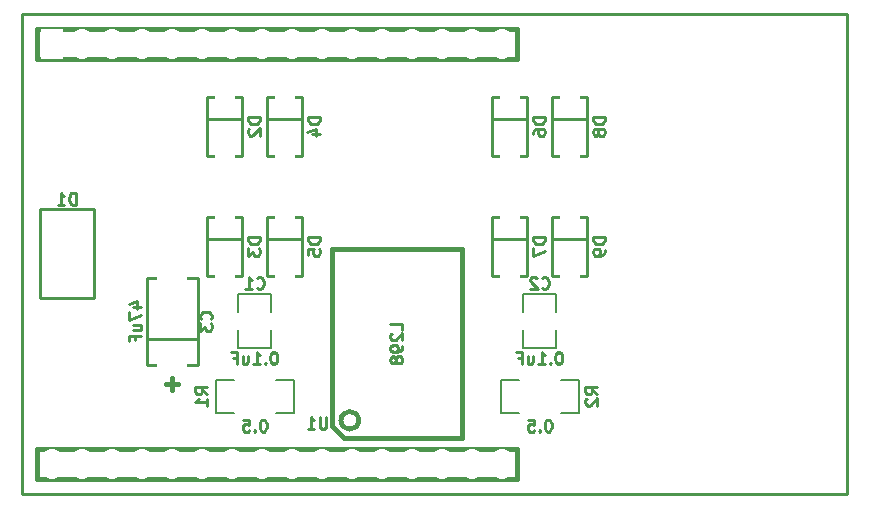
<source format=gbo>
G04 #@! TF.GenerationSoftware,KiCad,Pcbnew,no-vcs-found-6223534~58~ubuntu16.04.1*
G04 #@! TF.CreationDate,2017-03-08T14:08:53-05:00*
G04 #@! TF.ProjectId,h_bridge_controller_3x2,685F6272696467655F636F6E74726F6C,1.0*
G04 #@! TF.FileFunction,Legend,Bot*
G04 #@! TF.FilePolarity,Positive*
%FSLAX46Y46*%
G04 Gerber Fmt 4.6, Leading zero omitted, Abs format (unit mm)*
G04 Created by KiCad (PCBNEW no-vcs-found-6223534~58~ubuntu16.04.1) date Wed Mar  8 14:08:53 2017*
%MOMM*%
%LPD*%
G01*
G04 APERTURE LIST*
%ADD10C,0.100000*%
%ADD11C,0.228600*%
%ADD12C,0.381000*%
%ADD13C,0.127000*%
%ADD14C,0.254000*%
%ADD15O,1.854200X2.540000*%
%ADD16R,1.854200X2.540000*%
%ADD17C,3.556000*%
%ADD18R,2.540000X1.270000*%
%ADD19R,2.550000X2.770000*%
%ADD20R,4.000000X5.160000*%
%ADD21R,1.800000X1.640000*%
%ADD22R,1.750000X2.650000*%
%ADD23O,2.032000X1.524000*%
%ADD24O,1.524000X2.032000*%
%ADD25C,1.930400*%
%ADD26O,4.572000X3.556000*%
%ADD27O,4.064000X5.080000*%
%ADD28O,5.080000X3.556000*%
%ADD29R,1.397000X2.489200*%
%ADD30O,1.651000X2.159000*%
%ADD31C,2.540000*%
%ADD32R,1.800000X0.860000*%
G04 APERTURE END LIST*
D10*
D11*
X155575000Y-68580000D02*
X85725000Y-68580000D01*
X155575000Y-109220000D02*
X155575000Y-68580000D01*
X85725000Y-109220000D02*
X155575000Y-109220000D01*
X85725000Y-68580000D02*
X85725000Y-109220000D01*
D12*
X86995000Y-105410000D02*
X86995000Y-107950000D01*
X86995000Y-107950000D02*
X127635000Y-107950000D01*
X127635000Y-107950000D02*
X127635000Y-105410000D01*
X127635000Y-105410000D02*
X86995000Y-105410000D01*
X86995000Y-69850000D02*
X86995000Y-72390000D01*
X86995000Y-72390000D02*
X127635000Y-72390000D01*
X127635000Y-72390000D02*
X127635000Y-69850000D01*
X127635000Y-69850000D02*
X86995000Y-69850000D01*
D13*
X106807000Y-95377000D02*
X106807000Y-96901000D01*
X106807000Y-96901000D02*
X104013000Y-96901000D01*
X104013000Y-96901000D02*
X104013000Y-95377000D01*
X104013000Y-93853000D02*
X104013000Y-92329000D01*
X104013000Y-92329000D02*
X106807000Y-92329000D01*
X106807000Y-92329000D02*
X106807000Y-93853000D01*
X130937000Y-92329000D02*
X130937000Y-93853000D01*
X128143000Y-92329000D02*
X130937000Y-92329000D01*
X128143000Y-93853000D02*
X128143000Y-92329000D01*
X128143000Y-96901000D02*
X128143000Y-95377000D01*
X130937000Y-96901000D02*
X128143000Y-96901000D01*
X130937000Y-95377000D02*
X130937000Y-96901000D01*
D11*
X100584000Y-96139000D02*
X96266000Y-96139000D01*
X96266000Y-98298000D02*
X96266000Y-90932000D01*
X100584000Y-98298000D02*
X100584000Y-90932000D01*
D12*
X97917000Y-99949000D02*
X98933000Y-99949000D01*
X98425000Y-99441000D02*
X98425000Y-100457000D01*
D11*
X100584000Y-98298000D02*
X96266000Y-98298000D01*
X96266000Y-90932000D02*
X100584000Y-90932000D01*
X87235000Y-92650000D02*
X91835000Y-92650000D01*
X91835000Y-92650000D02*
X91835000Y-85150000D01*
X91835000Y-85150000D02*
X87235000Y-85150000D01*
X87235000Y-85150000D02*
X87235000Y-92650000D01*
X101370000Y-77470000D02*
X104370000Y-77470000D01*
X104370000Y-75605000D02*
X101370000Y-75605000D01*
X104370000Y-80605000D02*
X104370000Y-75605000D01*
X101370000Y-80605000D02*
X104370000Y-80605000D01*
X101370000Y-75605000D02*
X101370000Y-80605000D01*
X101370000Y-85765000D02*
X101370000Y-90765000D01*
X101370000Y-90765000D02*
X104370000Y-90765000D01*
X104370000Y-90765000D02*
X104370000Y-85765000D01*
X104370000Y-85765000D02*
X101370000Y-85765000D01*
X101370000Y-87630000D02*
X104370000Y-87630000D01*
X106450000Y-77470000D02*
X109450000Y-77470000D01*
X109450000Y-75605000D02*
X106450000Y-75605000D01*
X109450000Y-80605000D02*
X109450000Y-75605000D01*
X106450000Y-80605000D02*
X109450000Y-80605000D01*
X106450000Y-75605000D02*
X106450000Y-80605000D01*
X106450000Y-85765000D02*
X106450000Y-90765000D01*
X106450000Y-90765000D02*
X109450000Y-90765000D01*
X109450000Y-90765000D02*
X109450000Y-85765000D01*
X109450000Y-85765000D02*
X106450000Y-85765000D01*
X106450000Y-87630000D02*
X109450000Y-87630000D01*
X125500000Y-75605000D02*
X125500000Y-80605000D01*
X125500000Y-80605000D02*
X128500000Y-80605000D01*
X128500000Y-80605000D02*
X128500000Y-75605000D01*
X128500000Y-75605000D02*
X125500000Y-75605000D01*
X125500000Y-77470000D02*
X128500000Y-77470000D01*
X125500000Y-87630000D02*
X128500000Y-87630000D01*
X128500000Y-85765000D02*
X125500000Y-85765000D01*
X128500000Y-90765000D02*
X128500000Y-85765000D01*
X125500000Y-90765000D02*
X128500000Y-90765000D01*
X125500000Y-85765000D02*
X125500000Y-90765000D01*
X130580000Y-75605000D02*
X130580000Y-80605000D01*
X130580000Y-80605000D02*
X133580000Y-80605000D01*
X133580000Y-80605000D02*
X133580000Y-75605000D01*
X133580000Y-75605000D02*
X130580000Y-75605000D01*
X130580000Y-77470000D02*
X133580000Y-77470000D01*
X130580000Y-87630000D02*
X133580000Y-87630000D01*
X133580000Y-85765000D02*
X130580000Y-85765000D01*
X133580000Y-90765000D02*
X133580000Y-85765000D01*
X130580000Y-90765000D02*
X133580000Y-90765000D01*
X130580000Y-85765000D02*
X130580000Y-90765000D01*
D13*
X102108000Y-99568000D02*
X103632000Y-99568000D01*
X102108000Y-102362000D02*
X102108000Y-99568000D01*
X103632000Y-102362000D02*
X102108000Y-102362000D01*
X108712000Y-102362000D02*
X107188000Y-102362000D01*
X108712000Y-99568000D02*
X108712000Y-102362000D01*
X107188000Y-99568000D02*
X108712000Y-99568000D01*
X127762000Y-102362000D02*
X126238000Y-102362000D01*
X126238000Y-102362000D02*
X126238000Y-99568000D01*
X126238000Y-99568000D02*
X127762000Y-99568000D01*
X131318000Y-99568000D02*
X132842000Y-99568000D01*
X132842000Y-99568000D02*
X132842000Y-102362000D01*
X132842000Y-102362000D02*
X131318000Y-102362000D01*
D12*
X114225000Y-103020000D02*
G75*
G03X114225000Y-103020000I-750000J0D01*
G01*
X111975000Y-103520000D02*
X111975000Y-88520000D01*
X111975000Y-88520000D02*
X122975000Y-88520000D01*
X122975000Y-88520000D02*
X122975000Y-104520000D01*
X122975000Y-104520000D02*
X112975000Y-104520000D01*
X112975000Y-104520000D02*
X111975000Y-103520000D01*
D14*
X105579333Y-91802857D02*
X105627714Y-91851238D01*
X105772857Y-91899619D01*
X105869619Y-91899619D01*
X106014761Y-91851238D01*
X106111523Y-91754476D01*
X106159904Y-91657714D01*
X106208285Y-91464190D01*
X106208285Y-91319047D01*
X106159904Y-91125523D01*
X106111523Y-91028761D01*
X106014761Y-90932000D01*
X105869619Y-90883619D01*
X105772857Y-90883619D01*
X105627714Y-90932000D01*
X105579333Y-90980380D01*
X104611714Y-91899619D02*
X105192285Y-91899619D01*
X104902000Y-91899619D02*
X104902000Y-90883619D01*
X104998761Y-91028761D01*
X105095523Y-91125523D01*
X105192285Y-91173904D01*
X107079142Y-97233619D02*
X106982380Y-97233619D01*
X106885619Y-97282000D01*
X106837238Y-97330380D01*
X106788857Y-97427142D01*
X106740476Y-97620666D01*
X106740476Y-97862571D01*
X106788857Y-98056095D01*
X106837238Y-98152857D01*
X106885619Y-98201238D01*
X106982380Y-98249619D01*
X107079142Y-98249619D01*
X107175904Y-98201238D01*
X107224285Y-98152857D01*
X107272666Y-98056095D01*
X107321047Y-97862571D01*
X107321047Y-97620666D01*
X107272666Y-97427142D01*
X107224285Y-97330380D01*
X107175904Y-97282000D01*
X107079142Y-97233619D01*
X106305047Y-98152857D02*
X106256666Y-98201238D01*
X106305047Y-98249619D01*
X106353428Y-98201238D01*
X106305047Y-98152857D01*
X106305047Y-98249619D01*
X105289047Y-98249619D02*
X105869619Y-98249619D01*
X105579333Y-98249619D02*
X105579333Y-97233619D01*
X105676095Y-97378761D01*
X105772857Y-97475523D01*
X105869619Y-97523904D01*
X104418190Y-97572285D02*
X104418190Y-98249619D01*
X104853619Y-97572285D02*
X104853619Y-98104476D01*
X104805238Y-98201238D01*
X104708476Y-98249619D01*
X104563333Y-98249619D01*
X104466571Y-98201238D01*
X104418190Y-98152857D01*
X103595714Y-97717428D02*
X103934380Y-97717428D01*
X103934380Y-98249619D02*
X103934380Y-97233619D01*
X103450571Y-97233619D01*
X129709333Y-91802857D02*
X129757714Y-91851238D01*
X129902857Y-91899619D01*
X129999619Y-91899619D01*
X130144761Y-91851238D01*
X130241523Y-91754476D01*
X130289904Y-91657714D01*
X130338285Y-91464190D01*
X130338285Y-91319047D01*
X130289904Y-91125523D01*
X130241523Y-91028761D01*
X130144761Y-90932000D01*
X129999619Y-90883619D01*
X129902857Y-90883619D01*
X129757714Y-90932000D01*
X129709333Y-90980380D01*
X129322285Y-90980380D02*
X129273904Y-90932000D01*
X129177142Y-90883619D01*
X128935238Y-90883619D01*
X128838476Y-90932000D01*
X128790095Y-90980380D01*
X128741714Y-91077142D01*
X128741714Y-91173904D01*
X128790095Y-91319047D01*
X129370666Y-91899619D01*
X128741714Y-91899619D01*
X131209142Y-97233619D02*
X131112380Y-97233619D01*
X131015619Y-97282000D01*
X130967238Y-97330380D01*
X130918857Y-97427142D01*
X130870476Y-97620666D01*
X130870476Y-97862571D01*
X130918857Y-98056095D01*
X130967238Y-98152857D01*
X131015619Y-98201238D01*
X131112380Y-98249619D01*
X131209142Y-98249619D01*
X131305904Y-98201238D01*
X131354285Y-98152857D01*
X131402666Y-98056095D01*
X131451047Y-97862571D01*
X131451047Y-97620666D01*
X131402666Y-97427142D01*
X131354285Y-97330380D01*
X131305904Y-97282000D01*
X131209142Y-97233619D01*
X130435047Y-98152857D02*
X130386666Y-98201238D01*
X130435047Y-98249619D01*
X130483428Y-98201238D01*
X130435047Y-98152857D01*
X130435047Y-98249619D01*
X129419047Y-98249619D02*
X129999619Y-98249619D01*
X129709333Y-98249619D02*
X129709333Y-97233619D01*
X129806095Y-97378761D01*
X129902857Y-97475523D01*
X129999619Y-97523904D01*
X128548190Y-97572285D02*
X128548190Y-98249619D01*
X128983619Y-97572285D02*
X128983619Y-98104476D01*
X128935238Y-98201238D01*
X128838476Y-98249619D01*
X128693333Y-98249619D01*
X128596571Y-98201238D01*
X128548190Y-98152857D01*
X127725714Y-97717428D02*
X128064380Y-97717428D01*
X128064380Y-98249619D02*
X128064380Y-97233619D01*
X127580571Y-97233619D01*
X101708857Y-94445666D02*
X101757238Y-94397285D01*
X101805619Y-94252142D01*
X101805619Y-94155380D01*
X101757238Y-94010238D01*
X101660476Y-93913476D01*
X101563714Y-93865095D01*
X101370190Y-93816714D01*
X101225047Y-93816714D01*
X101031523Y-93865095D01*
X100934761Y-93913476D01*
X100838000Y-94010238D01*
X100789619Y-94155380D01*
X100789619Y-94252142D01*
X100838000Y-94397285D01*
X100886380Y-94445666D01*
X100789619Y-94784333D02*
X100789619Y-95413285D01*
X101176666Y-95074619D01*
X101176666Y-95219761D01*
X101225047Y-95316523D01*
X101273428Y-95364904D01*
X101370190Y-95413285D01*
X101612095Y-95413285D01*
X101708857Y-95364904D01*
X101757238Y-95316523D01*
X101805619Y-95219761D01*
X101805619Y-94929476D01*
X101757238Y-94832714D01*
X101708857Y-94784333D01*
X95159285Y-93429666D02*
X95836619Y-93429666D01*
X94772238Y-93187761D02*
X95497952Y-92945857D01*
X95497952Y-93574809D01*
X94820619Y-93865095D02*
X94820619Y-94542428D01*
X95836619Y-94107000D01*
X95159285Y-95364904D02*
X95836619Y-95364904D01*
X95159285Y-94929476D02*
X95691476Y-94929476D01*
X95788238Y-94977857D01*
X95836619Y-95074619D01*
X95836619Y-95219761D01*
X95788238Y-95316523D01*
X95739857Y-95364904D01*
X95304428Y-96187380D02*
X95304428Y-95848714D01*
X95836619Y-95848714D02*
X94820619Y-95848714D01*
X94820619Y-96332523D01*
X90284904Y-84759619D02*
X90284904Y-83743619D01*
X90043000Y-83743619D01*
X89897857Y-83792000D01*
X89801095Y-83888761D01*
X89752714Y-83985523D01*
X89704333Y-84179047D01*
X89704333Y-84324190D01*
X89752714Y-84517714D01*
X89801095Y-84614476D01*
X89897857Y-84711238D01*
X90043000Y-84759619D01*
X90284904Y-84759619D01*
X88736714Y-84759619D02*
X89317285Y-84759619D01*
X89027000Y-84759619D02*
X89027000Y-83743619D01*
X89123761Y-83888761D01*
X89220523Y-83985523D01*
X89317285Y-84033904D01*
X105869619Y-77355095D02*
X104853619Y-77355095D01*
X104853619Y-77597000D01*
X104902000Y-77742142D01*
X104998761Y-77838904D01*
X105095523Y-77887285D01*
X105289047Y-77935666D01*
X105434190Y-77935666D01*
X105627714Y-77887285D01*
X105724476Y-77838904D01*
X105821238Y-77742142D01*
X105869619Y-77597000D01*
X105869619Y-77355095D01*
X104950380Y-78322714D02*
X104902000Y-78371095D01*
X104853619Y-78467857D01*
X104853619Y-78709761D01*
X104902000Y-78806523D01*
X104950380Y-78854904D01*
X105047142Y-78903285D01*
X105143904Y-78903285D01*
X105289047Y-78854904D01*
X105869619Y-78274333D01*
X105869619Y-78903285D01*
X105869619Y-87515095D02*
X104853619Y-87515095D01*
X104853619Y-87757000D01*
X104902000Y-87902142D01*
X104998761Y-87998904D01*
X105095523Y-88047285D01*
X105289047Y-88095666D01*
X105434190Y-88095666D01*
X105627714Y-88047285D01*
X105724476Y-87998904D01*
X105821238Y-87902142D01*
X105869619Y-87757000D01*
X105869619Y-87515095D01*
X104853619Y-88434333D02*
X104853619Y-89063285D01*
X105240666Y-88724619D01*
X105240666Y-88869761D01*
X105289047Y-88966523D01*
X105337428Y-89014904D01*
X105434190Y-89063285D01*
X105676095Y-89063285D01*
X105772857Y-89014904D01*
X105821238Y-88966523D01*
X105869619Y-88869761D01*
X105869619Y-88579476D01*
X105821238Y-88482714D01*
X105772857Y-88434333D01*
X110949619Y-77355095D02*
X109933619Y-77355095D01*
X109933619Y-77597000D01*
X109982000Y-77742142D01*
X110078761Y-77838904D01*
X110175523Y-77887285D01*
X110369047Y-77935666D01*
X110514190Y-77935666D01*
X110707714Y-77887285D01*
X110804476Y-77838904D01*
X110901238Y-77742142D01*
X110949619Y-77597000D01*
X110949619Y-77355095D01*
X110272285Y-78806523D02*
X110949619Y-78806523D01*
X109885238Y-78564619D02*
X110610952Y-78322714D01*
X110610952Y-78951666D01*
X110949619Y-87515095D02*
X109933619Y-87515095D01*
X109933619Y-87757000D01*
X109982000Y-87902142D01*
X110078761Y-87998904D01*
X110175523Y-88047285D01*
X110369047Y-88095666D01*
X110514190Y-88095666D01*
X110707714Y-88047285D01*
X110804476Y-87998904D01*
X110901238Y-87902142D01*
X110949619Y-87757000D01*
X110949619Y-87515095D01*
X109933619Y-89014904D02*
X109933619Y-88531095D01*
X110417428Y-88482714D01*
X110369047Y-88531095D01*
X110320666Y-88627857D01*
X110320666Y-88869761D01*
X110369047Y-88966523D01*
X110417428Y-89014904D01*
X110514190Y-89063285D01*
X110756095Y-89063285D01*
X110852857Y-89014904D01*
X110901238Y-88966523D01*
X110949619Y-88869761D01*
X110949619Y-88627857D01*
X110901238Y-88531095D01*
X110852857Y-88482714D01*
X129999619Y-77355095D02*
X128983619Y-77355095D01*
X128983619Y-77597000D01*
X129032000Y-77742142D01*
X129128761Y-77838904D01*
X129225523Y-77887285D01*
X129419047Y-77935666D01*
X129564190Y-77935666D01*
X129757714Y-77887285D01*
X129854476Y-77838904D01*
X129951238Y-77742142D01*
X129999619Y-77597000D01*
X129999619Y-77355095D01*
X128983619Y-78806523D02*
X128983619Y-78613000D01*
X129032000Y-78516238D01*
X129080380Y-78467857D01*
X129225523Y-78371095D01*
X129419047Y-78322714D01*
X129806095Y-78322714D01*
X129902857Y-78371095D01*
X129951238Y-78419476D01*
X129999619Y-78516238D01*
X129999619Y-78709761D01*
X129951238Y-78806523D01*
X129902857Y-78854904D01*
X129806095Y-78903285D01*
X129564190Y-78903285D01*
X129467428Y-78854904D01*
X129419047Y-78806523D01*
X129370666Y-78709761D01*
X129370666Y-78516238D01*
X129419047Y-78419476D01*
X129467428Y-78371095D01*
X129564190Y-78322714D01*
X129999619Y-87515095D02*
X128983619Y-87515095D01*
X128983619Y-87757000D01*
X129032000Y-87902142D01*
X129128761Y-87998904D01*
X129225523Y-88047285D01*
X129419047Y-88095666D01*
X129564190Y-88095666D01*
X129757714Y-88047285D01*
X129854476Y-87998904D01*
X129951238Y-87902142D01*
X129999619Y-87757000D01*
X129999619Y-87515095D01*
X128983619Y-88434333D02*
X128983619Y-89111666D01*
X129999619Y-88676238D01*
X135079619Y-77355095D02*
X134063619Y-77355095D01*
X134063619Y-77597000D01*
X134112000Y-77742142D01*
X134208761Y-77838904D01*
X134305523Y-77887285D01*
X134499047Y-77935666D01*
X134644190Y-77935666D01*
X134837714Y-77887285D01*
X134934476Y-77838904D01*
X135031238Y-77742142D01*
X135079619Y-77597000D01*
X135079619Y-77355095D01*
X134499047Y-78516238D02*
X134450666Y-78419476D01*
X134402285Y-78371095D01*
X134305523Y-78322714D01*
X134257142Y-78322714D01*
X134160380Y-78371095D01*
X134112000Y-78419476D01*
X134063619Y-78516238D01*
X134063619Y-78709761D01*
X134112000Y-78806523D01*
X134160380Y-78854904D01*
X134257142Y-78903285D01*
X134305523Y-78903285D01*
X134402285Y-78854904D01*
X134450666Y-78806523D01*
X134499047Y-78709761D01*
X134499047Y-78516238D01*
X134547428Y-78419476D01*
X134595809Y-78371095D01*
X134692571Y-78322714D01*
X134886095Y-78322714D01*
X134982857Y-78371095D01*
X135031238Y-78419476D01*
X135079619Y-78516238D01*
X135079619Y-78709761D01*
X135031238Y-78806523D01*
X134982857Y-78854904D01*
X134886095Y-78903285D01*
X134692571Y-78903285D01*
X134595809Y-78854904D01*
X134547428Y-78806523D01*
X134499047Y-78709761D01*
X135079619Y-87515095D02*
X134063619Y-87515095D01*
X134063619Y-87757000D01*
X134112000Y-87902142D01*
X134208761Y-87998904D01*
X134305523Y-88047285D01*
X134499047Y-88095666D01*
X134644190Y-88095666D01*
X134837714Y-88047285D01*
X134934476Y-87998904D01*
X135031238Y-87902142D01*
X135079619Y-87757000D01*
X135079619Y-87515095D01*
X135079619Y-88579476D02*
X135079619Y-88773000D01*
X135031238Y-88869761D01*
X134982857Y-88918142D01*
X134837714Y-89014904D01*
X134644190Y-89063285D01*
X134257142Y-89063285D01*
X134160380Y-89014904D01*
X134112000Y-88966523D01*
X134063619Y-88869761D01*
X134063619Y-88676238D01*
X134112000Y-88579476D01*
X134160380Y-88531095D01*
X134257142Y-88482714D01*
X134499047Y-88482714D01*
X134595809Y-88531095D01*
X134644190Y-88579476D01*
X134692571Y-88676238D01*
X134692571Y-88869761D01*
X134644190Y-88966523D01*
X134595809Y-89014904D01*
X134499047Y-89063285D01*
X101424619Y-100795666D02*
X100940809Y-100457000D01*
X101424619Y-100215095D02*
X100408619Y-100215095D01*
X100408619Y-100602142D01*
X100457000Y-100698904D01*
X100505380Y-100747285D01*
X100602142Y-100795666D01*
X100747285Y-100795666D01*
X100844047Y-100747285D01*
X100892428Y-100698904D01*
X100940809Y-100602142D01*
X100940809Y-100215095D01*
X101424619Y-101763285D02*
X101424619Y-101182714D01*
X101424619Y-101473000D02*
X100408619Y-101473000D01*
X100553761Y-101376238D01*
X100650523Y-101279476D01*
X100698904Y-101182714D01*
X106184095Y-102948619D02*
X106087333Y-102948619D01*
X105990571Y-102997000D01*
X105942190Y-103045380D01*
X105893809Y-103142142D01*
X105845428Y-103335666D01*
X105845428Y-103577571D01*
X105893809Y-103771095D01*
X105942190Y-103867857D01*
X105990571Y-103916238D01*
X106087333Y-103964619D01*
X106184095Y-103964619D01*
X106280857Y-103916238D01*
X106329238Y-103867857D01*
X106377619Y-103771095D01*
X106426000Y-103577571D01*
X106426000Y-103335666D01*
X106377619Y-103142142D01*
X106329238Y-103045380D01*
X106280857Y-102997000D01*
X106184095Y-102948619D01*
X105410000Y-103867857D02*
X105361619Y-103916238D01*
X105410000Y-103964619D01*
X105458380Y-103916238D01*
X105410000Y-103867857D01*
X105410000Y-103964619D01*
X104442380Y-102948619D02*
X104926190Y-102948619D01*
X104974571Y-103432428D01*
X104926190Y-103384047D01*
X104829428Y-103335666D01*
X104587523Y-103335666D01*
X104490761Y-103384047D01*
X104442380Y-103432428D01*
X104394000Y-103529190D01*
X104394000Y-103771095D01*
X104442380Y-103867857D01*
X104490761Y-103916238D01*
X104587523Y-103964619D01*
X104829428Y-103964619D01*
X104926190Y-103916238D01*
X104974571Y-103867857D01*
X134444619Y-100795666D02*
X133960809Y-100457000D01*
X134444619Y-100215095D02*
X133428619Y-100215095D01*
X133428619Y-100602142D01*
X133477000Y-100698904D01*
X133525380Y-100747285D01*
X133622142Y-100795666D01*
X133767285Y-100795666D01*
X133864047Y-100747285D01*
X133912428Y-100698904D01*
X133960809Y-100602142D01*
X133960809Y-100215095D01*
X133525380Y-101182714D02*
X133477000Y-101231095D01*
X133428619Y-101327857D01*
X133428619Y-101569761D01*
X133477000Y-101666523D01*
X133525380Y-101714904D01*
X133622142Y-101763285D01*
X133718904Y-101763285D01*
X133864047Y-101714904D01*
X134444619Y-101134333D01*
X134444619Y-101763285D01*
X130314095Y-102948619D02*
X130217333Y-102948619D01*
X130120571Y-102997000D01*
X130072190Y-103045380D01*
X130023809Y-103142142D01*
X129975428Y-103335666D01*
X129975428Y-103577571D01*
X130023809Y-103771095D01*
X130072190Y-103867857D01*
X130120571Y-103916238D01*
X130217333Y-103964619D01*
X130314095Y-103964619D01*
X130410857Y-103916238D01*
X130459238Y-103867857D01*
X130507619Y-103771095D01*
X130556000Y-103577571D01*
X130556000Y-103335666D01*
X130507619Y-103142142D01*
X130459238Y-103045380D01*
X130410857Y-102997000D01*
X130314095Y-102948619D01*
X129540000Y-103867857D02*
X129491619Y-103916238D01*
X129540000Y-103964619D01*
X129588380Y-103916238D01*
X129540000Y-103867857D01*
X129540000Y-103964619D01*
X128572380Y-102948619D02*
X129056190Y-102948619D01*
X129104571Y-103432428D01*
X129056190Y-103384047D01*
X128959428Y-103335666D01*
X128717523Y-103335666D01*
X128620761Y-103384047D01*
X128572380Y-103432428D01*
X128524000Y-103529190D01*
X128524000Y-103771095D01*
X128572380Y-103867857D01*
X128620761Y-103916238D01*
X128717523Y-103964619D01*
X128959428Y-103964619D01*
X129056190Y-103916238D01*
X129104571Y-103867857D01*
X111499095Y-102713619D02*
X111499095Y-103536095D01*
X111450714Y-103632857D01*
X111402333Y-103681238D01*
X111305571Y-103729619D01*
X111112047Y-103729619D01*
X111015285Y-103681238D01*
X110966904Y-103632857D01*
X110918523Y-103536095D01*
X110918523Y-102713619D01*
X109902523Y-103729619D02*
X110483095Y-103729619D01*
X110192809Y-103729619D02*
X110192809Y-102713619D01*
X110289571Y-102858761D01*
X110386333Y-102955523D01*
X110483095Y-103003904D01*
X117934619Y-95383047D02*
X117934619Y-94899238D01*
X116918619Y-94899238D01*
X117015380Y-95673333D02*
X116967000Y-95721714D01*
X116918619Y-95818476D01*
X116918619Y-96060380D01*
X116967000Y-96157142D01*
X117015380Y-96205523D01*
X117112142Y-96253904D01*
X117208904Y-96253904D01*
X117354047Y-96205523D01*
X117934619Y-95624952D01*
X117934619Y-96253904D01*
X117934619Y-96737714D02*
X117934619Y-96931238D01*
X117886238Y-97028000D01*
X117837857Y-97076380D01*
X117692714Y-97173142D01*
X117499190Y-97221523D01*
X117112142Y-97221523D01*
X117015380Y-97173142D01*
X116967000Y-97124761D01*
X116918619Y-97028000D01*
X116918619Y-96834476D01*
X116967000Y-96737714D01*
X117015380Y-96689333D01*
X117112142Y-96640952D01*
X117354047Y-96640952D01*
X117450809Y-96689333D01*
X117499190Y-96737714D01*
X117547571Y-96834476D01*
X117547571Y-97028000D01*
X117499190Y-97124761D01*
X117450809Y-97173142D01*
X117354047Y-97221523D01*
X117354047Y-97802095D02*
X117305666Y-97705333D01*
X117257285Y-97656952D01*
X117160523Y-97608571D01*
X117112142Y-97608571D01*
X117015380Y-97656952D01*
X116967000Y-97705333D01*
X116918619Y-97802095D01*
X116918619Y-97995619D01*
X116967000Y-98092380D01*
X117015380Y-98140761D01*
X117112142Y-98189142D01*
X117160523Y-98189142D01*
X117257285Y-98140761D01*
X117305666Y-98092380D01*
X117354047Y-97995619D01*
X117354047Y-97802095D01*
X117402428Y-97705333D01*
X117450809Y-97656952D01*
X117547571Y-97608571D01*
X117741095Y-97608571D01*
X117837857Y-97656952D01*
X117886238Y-97705333D01*
X117934619Y-97802095D01*
X117934619Y-97995619D01*
X117886238Y-98092380D01*
X117837857Y-98140761D01*
X117741095Y-98189142D01*
X117547571Y-98189142D01*
X117450809Y-98140761D01*
X117402428Y-98092380D01*
X117354047Y-97995619D01*
%LPC*%
D15*
X90805000Y-71120000D03*
X93345000Y-71120000D03*
D16*
X88265000Y-71120000D03*
D15*
X95885000Y-71120000D03*
X98425000Y-71120000D03*
X100965000Y-71120000D03*
X103505000Y-71120000D03*
X106045000Y-71120000D03*
X108585000Y-71120000D03*
X111125000Y-71120000D03*
X113665000Y-71120000D03*
X116205000Y-71120000D03*
X118745000Y-71120000D03*
X121285000Y-71120000D03*
X123825000Y-71120000D03*
X126365000Y-71120000D03*
X126365000Y-106680000D03*
X123825000Y-106680000D03*
X121285000Y-106680000D03*
X118745000Y-106680000D03*
X116205000Y-106680000D03*
X113665000Y-106680000D03*
X111125000Y-106680000D03*
X108585000Y-106680000D03*
X106045000Y-106680000D03*
X103505000Y-106680000D03*
X100965000Y-106680000D03*
X98425000Y-106680000D03*
X95885000Y-106680000D03*
X93345000Y-106680000D03*
X90805000Y-106680000D03*
X88265000Y-106680000D03*
D17*
X89535000Y-76200000D03*
X89535000Y-101600000D03*
X130175000Y-106680000D03*
X130175000Y-71120000D03*
D18*
X105410000Y-96139000D03*
X105410000Y-93091000D03*
X129540000Y-93091000D03*
X129540000Y-96139000D03*
D19*
X98425000Y-97835000D03*
X98425000Y-91395000D03*
D20*
X89535000Y-87880000D03*
D21*
X88470000Y-91680000D03*
X90600000Y-91680000D03*
D22*
X102870000Y-80255000D03*
X102870000Y-75955000D03*
X102870000Y-86115000D03*
X102870000Y-90415000D03*
X107950000Y-80255000D03*
X107950000Y-75955000D03*
X107950000Y-86115000D03*
X107950000Y-90415000D03*
X127000000Y-75955000D03*
X127000000Y-80255000D03*
X127000000Y-90415000D03*
X127000000Y-86115000D03*
X132080000Y-75955000D03*
X132080000Y-80255000D03*
X132080000Y-90415000D03*
X132080000Y-86115000D03*
D23*
X146050000Y-79375000D03*
X151130000Y-79375000D03*
D24*
X97790000Y-80645000D03*
X97790000Y-85725000D03*
X113030000Y-85725000D03*
X113030000Y-80645000D03*
X121920000Y-80645000D03*
X121920000Y-85725000D03*
D25*
X152577800Y-88900000D03*
D26*
X149072600Y-88900000D03*
D27*
X143586200Y-88900000D03*
D28*
X150571200Y-84404200D03*
X150571200Y-93395800D03*
D29*
X102908100Y-100965000D03*
X107911900Y-100965000D03*
X127038100Y-100965000D03*
X132041900Y-100965000D03*
D30*
X146050000Y-100685600D03*
X151130000Y-100685600D03*
D31*
X102870000Y-83185000D03*
X107950000Y-83185000D03*
X132080000Y-83185000D03*
X127000000Y-83185000D03*
D32*
X110595000Y-102235000D03*
X110595000Y-100965000D03*
X110595000Y-99695000D03*
X110595000Y-98425000D03*
X110595000Y-97155000D03*
X110595000Y-95885000D03*
X110595000Y-94615000D03*
X110595000Y-93345000D03*
X110595000Y-92075000D03*
X110595000Y-90805000D03*
X124355000Y-90805000D03*
X124355000Y-92075000D03*
X124355000Y-93345000D03*
X124355000Y-94615000D03*
X124355000Y-95885000D03*
X124355000Y-97155000D03*
X124355000Y-98425000D03*
X124355000Y-99695000D03*
X124355000Y-100965000D03*
X124355000Y-102235000D03*
D24*
X137160000Y-80645000D03*
X137160000Y-85725000D03*
D30*
X102870000Y-93700600D03*
X107950000Y-93700600D03*
X132080000Y-93700600D03*
X127000000Y-93700600D03*
M02*

</source>
